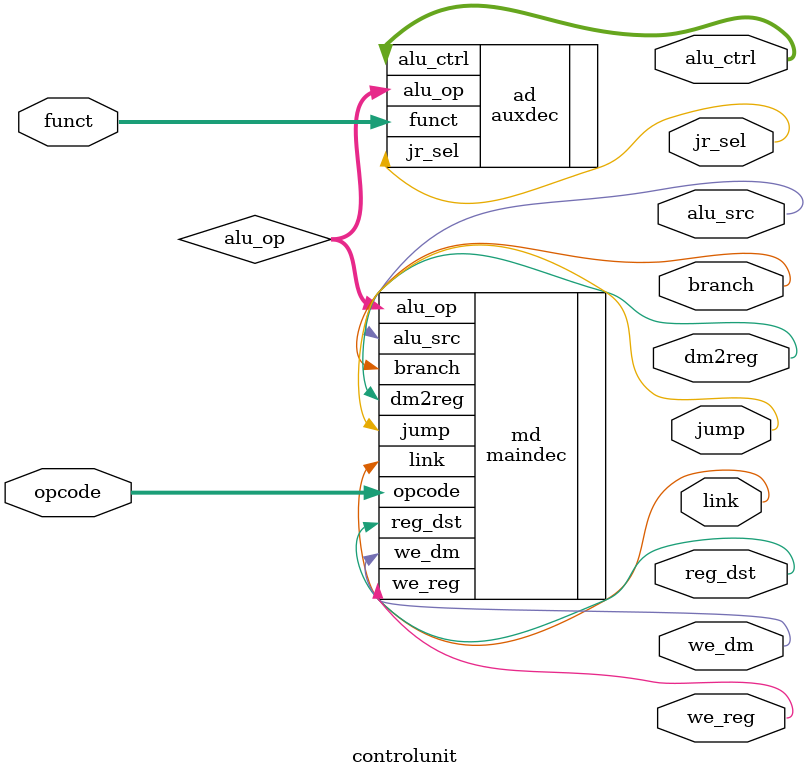
<source format=v>
module controlunit (
        input  wire [5:0]  opcode,
        input  wire [5:0]  funct,
        output wire        branch,
        output wire        jump,
        output wire        link,
        output wire        reg_dst,
        output wire        we_reg,
        output wire        alu_src,
        output wire        we_dm,
        output wire        dm2reg,
        output wire [3:0]  alu_ctrl,
        output wire        jr_sel
    );
    
    wire [1:0] alu_op;

    maindec md (
        .opcode         (opcode),
        .branch         (branch),
        .jump           (jump),
        .link           (link),
        .reg_dst        (reg_dst),
        .we_reg         (we_reg),
        .alu_src        (alu_src),
        .we_dm          (we_dm),
        .dm2reg         (dm2reg),
        .alu_op         (alu_op)
    );

    auxdec ad (
        .alu_op         (alu_op),
        .funct          (funct),
        .alu_ctrl       (alu_ctrl),
        .jr_sel         (jr_sel)
    );

endmodule
</source>
